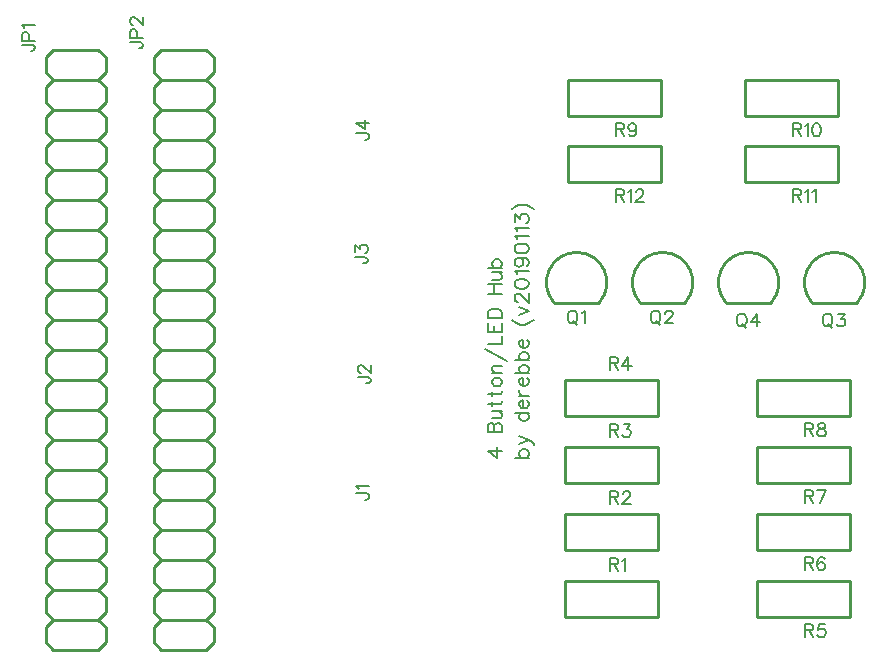
<source format=gto>
G04 Layer: TopSilkLayer*
G04 EasyEDA v6.1.52, Thu, 01 Aug 2019 06:05:33 GMT*
G04 f60d05b6395e48559c91cf0b566a12eb,598dfe23a16d4e9298856295ca50c1c7,10*
G04 Gerber Generator version 0.2*
G04 Scale: 100 percent, Rotated: No, Reflected: No *
G04 Dimensions in inches *
G04 leading zeros omitted , absolute positions ,2 integer and 4 decimal *
%FSLAX24Y24*%
%MOIN*%
G90*
G70D02*

%ADD10C,0.010000*%
%ADD23C,0.007000*%
%ADD24C,0.006000*%

%LPD*%
G54D10*
G01X17542Y11869D02*
G01X19053Y11869D01*
G01X20408Y11869D02*
G01X21920Y11869D01*
G01X26142Y11869D02*
G01X27653Y11869D01*
G01X23275Y11869D02*
G01X24787Y11869D01*
G01X17900Y1400D02*
G01X17900Y2600D01*
G01X17900Y2600D02*
G01X21000Y2600D01*
G01X21000Y2600D02*
G01X21000Y1400D01*
G01X21000Y1400D02*
G01X17900Y1400D01*
G01X17900Y3632D02*
G01X17900Y4832D01*
G01X17900Y4832D02*
G01X21000Y4832D01*
G01X21000Y4832D02*
G01X21000Y3632D01*
G01X21000Y3632D02*
G01X17900Y3632D01*
G01X17900Y5867D02*
G01X17900Y7067D01*
G01X17900Y7067D02*
G01X21000Y7067D01*
G01X21000Y7067D02*
G01X21000Y5867D01*
G01X21000Y5867D02*
G01X17900Y5867D01*
G01X17900Y8100D02*
G01X17900Y9300D01*
G01X17900Y9300D02*
G01X21000Y9300D01*
G01X21000Y9300D02*
G01X21000Y8100D01*
G01X21000Y8100D02*
G01X17900Y8100D01*
G01X27400Y2600D02*
G01X27400Y1400D01*
G01X27400Y1400D02*
G01X24300Y1400D01*
G01X24300Y1400D02*
G01X24300Y2600D01*
G01X24300Y2600D02*
G01X27400Y2600D01*
G01X27400Y4833D02*
G01X27400Y3633D01*
G01X27400Y3633D02*
G01X24300Y3633D01*
G01X24300Y3633D02*
G01X24300Y4833D01*
G01X24300Y4833D02*
G01X27400Y4833D01*
G01X27400Y7066D02*
G01X27400Y5866D01*
G01X27400Y5866D02*
G01X24300Y5866D01*
G01X24300Y5866D02*
G01X24300Y7066D01*
G01X24300Y7066D02*
G01X27400Y7066D01*
G01X27400Y9300D02*
G01X27400Y8100D01*
G01X27400Y8100D02*
G01X24300Y8100D01*
G01X24300Y8100D02*
G01X24300Y9300D01*
G01X24300Y9300D02*
G01X27400Y9300D01*
G01X21100Y19300D02*
G01X21100Y18100D01*
G01X21100Y18100D02*
G01X18000Y18100D01*
G01X18000Y18100D02*
G01X18000Y19300D01*
G01X18000Y19300D02*
G01X21100Y19300D01*
G01X27000Y19300D02*
G01X27000Y18100D01*
G01X27000Y18100D02*
G01X23900Y18100D01*
G01X23900Y18100D02*
G01X23900Y19300D01*
G01X23900Y19300D02*
G01X27000Y19300D01*
G01X27000Y17100D02*
G01X27000Y15900D01*
G01X27000Y15900D02*
G01X23900Y15900D01*
G01X23900Y15900D02*
G01X23900Y17100D01*
G01X23900Y17100D02*
G01X27000Y17100D01*
G01X21100Y17100D02*
G01X21100Y15900D01*
G01X21100Y15900D02*
G01X18000Y15900D01*
G01X18000Y15900D02*
G01X18000Y17100D01*
G01X18000Y17100D02*
G01X21100Y17100D01*
G01X5950Y300D02*
G01X6200Y550D01*
G01X6200Y550D02*
G01X6200Y1050D01*
G01X6200Y1050D02*
G01X5950Y1300D01*
G01X5950Y1300D02*
G01X6200Y1550D01*
G01X6200Y1550D02*
G01X6200Y2050D01*
G01X6200Y2050D02*
G01X5950Y2300D01*
G01X5950Y2300D02*
G01X6200Y2550D01*
G01X6200Y2550D02*
G01X6200Y3050D01*
G01X6200Y3050D02*
G01X5950Y3300D01*
G01X5950Y3300D02*
G01X6200Y3550D01*
G01X6200Y3550D02*
G01X6200Y4050D01*
G01X6200Y4050D02*
G01X5950Y4300D01*
G01X5950Y4300D02*
G01X6200Y4550D01*
G01X6200Y4550D02*
G01X6200Y5050D01*
G01X6200Y5050D02*
G01X5950Y5300D01*
G01X5950Y5300D02*
G01X6200Y5550D01*
G01X6200Y5550D02*
G01X6200Y6050D01*
G01X6200Y6050D02*
G01X5950Y6300D01*
G01X5950Y300D02*
G01X4450Y300D01*
G01X4450Y300D02*
G01X4200Y550D01*
G01X4200Y550D02*
G01X4200Y1050D01*
G01X4200Y1050D02*
G01X4450Y1300D01*
G01X4450Y1300D02*
G01X4200Y1550D01*
G01X4200Y1550D02*
G01X4200Y2050D01*
G01X4200Y2050D02*
G01X4450Y2300D01*
G01X4450Y2300D02*
G01X4200Y2550D01*
G01X4200Y2550D02*
G01X4200Y3050D01*
G01X4200Y3050D02*
G01X4450Y3300D01*
G01X4450Y3300D02*
G01X4200Y3550D01*
G01X4200Y3550D02*
G01X4200Y4050D01*
G01X4200Y4050D02*
G01X4450Y4300D01*
G01X4450Y4300D02*
G01X4200Y4550D01*
G01X4200Y4550D02*
G01X4200Y5050D01*
G01X4200Y5050D02*
G01X4450Y5300D01*
G01X4450Y5300D02*
G01X4200Y5550D01*
G01X4200Y5550D02*
G01X4200Y6050D01*
G01X4200Y6050D02*
G01X4450Y6300D01*
G01X4450Y6300D02*
G01X4200Y6550D01*
G01X4200Y6550D02*
G01X4200Y7050D01*
G01X4200Y7050D02*
G01X4450Y7300D01*
G01X4450Y7300D02*
G01X4200Y7550D01*
G01X4200Y7550D02*
G01X4200Y8050D01*
G01X4200Y8050D02*
G01X4450Y8300D01*
G01X4450Y8300D02*
G01X4200Y8550D01*
G01X4200Y8550D02*
G01X4200Y9050D01*
G01X4200Y9050D02*
G01X4450Y9300D01*
G01X4450Y9300D02*
G01X4200Y9550D01*
G01X4200Y9550D02*
G01X4200Y10050D01*
G01X4200Y10050D02*
G01X4450Y10300D01*
G01X4450Y10300D02*
G01X4200Y10550D01*
G01X4200Y10550D02*
G01X4200Y11050D01*
G01X4200Y11050D02*
G01X4450Y11300D01*
G01X4450Y11300D02*
G01X4200Y11550D01*
G01X4200Y11550D02*
G01X4200Y12050D01*
G01X4450Y12300D02*
G01X4200Y12050D01*
G01X4450Y12300D02*
G01X4200Y12550D01*
G01X4200Y13050D02*
G01X4200Y12550D01*
G01X4200Y13050D02*
G01X4450Y13300D01*
G01X4450Y13300D02*
G01X4200Y13550D01*
G01X4200Y14050D02*
G01X4200Y13550D01*
G01X4200Y14050D02*
G01X4450Y14300D01*
G01X4450Y14300D02*
G01X4200Y14550D01*
G01X4200Y15050D02*
G01X4200Y14550D01*
G01X4200Y15050D02*
G01X4450Y15300D01*
G01X4450Y15300D02*
G01X4200Y15550D01*
G01X4200Y16050D02*
G01X4200Y15550D01*
G01X4200Y16050D02*
G01X4450Y16300D01*
G01X4450Y16300D02*
G01X4200Y16550D01*
G01X4200Y17050D02*
G01X4200Y16550D01*
G01X4200Y17050D02*
G01X4450Y17300D01*
G01X4450Y17300D02*
G01X4200Y17550D01*
G01X4200Y18050D02*
G01X4200Y17550D01*
G01X4200Y18050D02*
G01X4450Y18300D01*
G01X4450Y18300D02*
G01X4200Y18550D01*
G01X4200Y19050D02*
G01X4200Y18550D01*
G01X4200Y19050D02*
G01X4450Y19300D01*
G01X5950Y19300D02*
G01X6200Y19050D01*
G01X6200Y19050D02*
G01X6200Y18550D01*
G01X5950Y18300D02*
G01X6200Y18550D01*
G01X5950Y18300D02*
G01X6200Y18050D01*
G01X6200Y18050D02*
G01X6200Y17550D01*
G01X5950Y17300D02*
G01X6200Y17550D01*
G01X5950Y17300D02*
G01X6200Y17050D01*
G01X6200Y17050D02*
G01X6200Y16550D01*
G01X5950Y16300D02*
G01X6200Y16550D01*
G01X5950Y16300D02*
G01X6200Y16050D01*
G01X6200Y15550D02*
G01X6200Y16050D01*
G01X6200Y15550D02*
G01X5950Y15300D01*
G01X5950Y15300D02*
G01X6200Y15050D01*
G01X6200Y14550D02*
G01X6200Y15050D01*
G01X6200Y14550D02*
G01X5950Y14300D01*
G01X5950Y14300D02*
G01X6200Y14050D01*
G01X6200Y14050D02*
G01X6200Y13550D01*
G01X5950Y13300D02*
G01X6200Y13550D01*
G01X5950Y13300D02*
G01X6200Y13050D01*
G01X6200Y13050D02*
G01X6200Y12550D01*
G01X5950Y12300D02*
G01X6200Y12550D01*
G01X5950Y12300D02*
G01X6200Y12050D01*
G01X6200Y12050D02*
G01X6200Y11550D01*
G01X5950Y11300D02*
G01X6200Y11550D01*
G01X5950Y11300D02*
G01X6200Y11050D01*
G01X6200Y11050D02*
G01X6200Y10550D01*
G01X5950Y10300D02*
G01X6200Y10550D01*
G01X5950Y10300D02*
G01X6200Y10050D01*
G01X6200Y10050D02*
G01X6200Y9550D01*
G01X5950Y9300D02*
G01X6200Y9550D01*
G01X5950Y9300D02*
G01X6200Y9050D01*
G01X6200Y9050D02*
G01X6200Y8550D01*
G01X5950Y8300D02*
G01X6200Y8550D01*
G01X5950Y8300D02*
G01X6200Y8050D01*
G01X6200Y8050D02*
G01X6200Y7550D01*
G01X5950Y7300D02*
G01X6200Y7550D01*
G01X5950Y7300D02*
G01X6200Y7050D01*
G01X6200Y7050D02*
G01X6200Y6550D01*
G01X5950Y6300D02*
G01X6200Y6550D01*
G01X4450Y1300D02*
G01X5950Y1300D01*
G01X4450Y2300D02*
G01X5950Y2300D01*
G01X4450Y3300D02*
G01X5950Y3300D01*
G01X4450Y4300D02*
G01X5950Y4300D01*
G01X4450Y5300D02*
G01X5950Y5300D01*
G01X4450Y6300D02*
G01X5950Y6300D01*
G01X4450Y7300D02*
G01X5950Y7300D01*
G01X4450Y8300D02*
G01X5950Y8300D01*
G01X4450Y9300D02*
G01X5950Y9300D01*
G01X4450Y10300D02*
G01X5950Y10300D01*
G01X4450Y11300D02*
G01X5950Y11300D01*
G01X4450Y12300D02*
G01X5950Y12300D01*
G01X4450Y13300D02*
G01X5950Y13300D01*
G01X4450Y14300D02*
G01X5950Y14300D01*
G01X4450Y15300D02*
G01X5950Y15300D01*
G01X4450Y16300D02*
G01X5950Y16300D01*
G01X4450Y17300D02*
G01X5950Y17300D01*
G01X4450Y18300D02*
G01X5950Y18300D01*
G01X4450Y19300D02*
G01X5950Y19300D01*
G01X4450Y19300D02*
G01X4200Y19550D01*
G01X4200Y20050D02*
G01X4200Y19550D01*
G01X4200Y20050D02*
G01X4450Y20300D01*
G01X5950Y20300D02*
G01X6200Y20050D01*
G01X6200Y20050D02*
G01X6200Y19550D01*
G01X5950Y19300D02*
G01X6200Y19550D01*
G01X4450Y20300D02*
G01X5950Y20300D01*
G01X2350Y300D02*
G01X2600Y550D01*
G01X2600Y550D02*
G01X2600Y1050D01*
G01X2600Y1050D02*
G01X2350Y1300D01*
G01X2350Y1300D02*
G01X2600Y1550D01*
G01X2600Y1550D02*
G01X2600Y2050D01*
G01X2600Y2050D02*
G01X2350Y2300D01*
G01X2350Y2300D02*
G01X2600Y2550D01*
G01X2600Y2550D02*
G01X2600Y3050D01*
G01X2600Y3050D02*
G01X2350Y3300D01*
G01X2350Y3300D02*
G01X2600Y3550D01*
G01X2600Y3550D02*
G01X2600Y4050D01*
G01X2600Y4050D02*
G01X2350Y4300D01*
G01X2350Y4300D02*
G01X2600Y4550D01*
G01X2600Y4550D02*
G01X2600Y5050D01*
G01X2600Y5050D02*
G01X2350Y5300D01*
G01X2350Y5300D02*
G01X2600Y5550D01*
G01X2600Y5550D02*
G01X2600Y6050D01*
G01X2600Y6050D02*
G01X2350Y6300D01*
G01X2350Y300D02*
G01X850Y300D01*
G01X850Y300D02*
G01X600Y550D01*
G01X600Y550D02*
G01X600Y1050D01*
G01X600Y1050D02*
G01X850Y1300D01*
G01X850Y1300D02*
G01X600Y1550D01*
G01X600Y1550D02*
G01X600Y2050D01*
G01X600Y2050D02*
G01X850Y2300D01*
G01X850Y2300D02*
G01X600Y2550D01*
G01X600Y2550D02*
G01X600Y3050D01*
G01X600Y3050D02*
G01X850Y3300D01*
G01X850Y3300D02*
G01X600Y3550D01*
G01X600Y3550D02*
G01X600Y4050D01*
G01X600Y4050D02*
G01X850Y4300D01*
G01X850Y4300D02*
G01X600Y4550D01*
G01X600Y4550D02*
G01X600Y5050D01*
G01X600Y5050D02*
G01X850Y5300D01*
G01X850Y5300D02*
G01X600Y5550D01*
G01X600Y5550D02*
G01X600Y6050D01*
G01X600Y6050D02*
G01X850Y6300D01*
G01X850Y6300D02*
G01X600Y6550D01*
G01X600Y6550D02*
G01X600Y7050D01*
G01X600Y7050D02*
G01X850Y7300D01*
G01X850Y7300D02*
G01X600Y7550D01*
G01X600Y7550D02*
G01X600Y8050D01*
G01X600Y8050D02*
G01X850Y8300D01*
G01X850Y8300D02*
G01X600Y8550D01*
G01X600Y8550D02*
G01X600Y9050D01*
G01X600Y9050D02*
G01X850Y9300D01*
G01X850Y9300D02*
G01X600Y9550D01*
G01X600Y9550D02*
G01X600Y10050D01*
G01X600Y10050D02*
G01X850Y10300D01*
G01X850Y10300D02*
G01X600Y10550D01*
G01X600Y10550D02*
G01X600Y11050D01*
G01X600Y11050D02*
G01X850Y11300D01*
G01X850Y11300D02*
G01X600Y11550D01*
G01X600Y11550D02*
G01X600Y12050D01*
G01X850Y12300D02*
G01X600Y12050D01*
G01X850Y12300D02*
G01X600Y12550D01*
G01X600Y13050D02*
G01X600Y12550D01*
G01X600Y13050D02*
G01X850Y13300D01*
G01X850Y13300D02*
G01X600Y13550D01*
G01X600Y14050D02*
G01X600Y13550D01*
G01X600Y14050D02*
G01X850Y14300D01*
G01X850Y14300D02*
G01X600Y14550D01*
G01X600Y15050D02*
G01X600Y14550D01*
G01X600Y15050D02*
G01X850Y15300D01*
G01X850Y15300D02*
G01X600Y15550D01*
G01X600Y16050D02*
G01X600Y15550D01*
G01X600Y16050D02*
G01X850Y16300D01*
G01X850Y16300D02*
G01X600Y16550D01*
G01X600Y17050D02*
G01X600Y16550D01*
G01X600Y17050D02*
G01X850Y17300D01*
G01X850Y17300D02*
G01X600Y17550D01*
G01X600Y18050D02*
G01X600Y17550D01*
G01X600Y18050D02*
G01X850Y18300D01*
G01X850Y18300D02*
G01X600Y18550D01*
G01X600Y19050D02*
G01X600Y18550D01*
G01X600Y19050D02*
G01X850Y19300D01*
G01X2350Y19300D02*
G01X2600Y19050D01*
G01X2600Y19050D02*
G01X2600Y18550D01*
G01X2350Y18300D02*
G01X2600Y18550D01*
G01X2350Y18300D02*
G01X2600Y18050D01*
G01X2600Y18050D02*
G01X2600Y17550D01*
G01X2350Y17300D02*
G01X2600Y17550D01*
G01X2350Y17300D02*
G01X2600Y17050D01*
G01X2600Y17050D02*
G01X2600Y16550D01*
G01X2350Y16300D02*
G01X2600Y16550D01*
G01X2350Y16300D02*
G01X2600Y16050D01*
G01X2600Y15550D02*
G01X2600Y16050D01*
G01X2600Y15550D02*
G01X2350Y15300D01*
G01X2350Y15300D02*
G01X2600Y15050D01*
G01X2600Y14550D02*
G01X2600Y15050D01*
G01X2600Y14550D02*
G01X2350Y14300D01*
G01X2350Y14300D02*
G01X2600Y14050D01*
G01X2600Y14050D02*
G01X2600Y13550D01*
G01X2350Y13300D02*
G01X2600Y13550D01*
G01X2350Y13300D02*
G01X2600Y13050D01*
G01X2600Y13050D02*
G01X2600Y12550D01*
G01X2350Y12300D02*
G01X2600Y12550D01*
G01X2350Y12300D02*
G01X2600Y12050D01*
G01X2600Y12050D02*
G01X2600Y11550D01*
G01X2350Y11300D02*
G01X2600Y11550D01*
G01X2350Y11300D02*
G01X2600Y11050D01*
G01X2600Y11050D02*
G01X2600Y10550D01*
G01X2350Y10300D02*
G01X2600Y10550D01*
G01X2350Y10300D02*
G01X2600Y10050D01*
G01X2600Y10050D02*
G01X2600Y9550D01*
G01X2350Y9300D02*
G01X2600Y9550D01*
G01X2350Y9300D02*
G01X2600Y9050D01*
G01X2600Y9050D02*
G01X2600Y8550D01*
G01X2350Y8300D02*
G01X2600Y8550D01*
G01X2350Y8300D02*
G01X2600Y8050D01*
G01X2600Y8050D02*
G01X2600Y7550D01*
G01X2350Y7300D02*
G01X2600Y7550D01*
G01X2350Y7300D02*
G01X2600Y7050D01*
G01X2600Y7050D02*
G01X2600Y6550D01*
G01X2350Y6300D02*
G01X2600Y6550D01*
G01X850Y1300D02*
G01X2350Y1300D01*
G01X850Y2300D02*
G01X2350Y2300D01*
G01X850Y3300D02*
G01X2350Y3300D01*
G01X850Y4300D02*
G01X2350Y4300D01*
G01X850Y5300D02*
G01X2350Y5300D01*
G01X850Y6300D02*
G01X2350Y6300D01*
G01X850Y7300D02*
G01X2350Y7300D01*
G01X850Y8300D02*
G01X2350Y8300D01*
G01X850Y9300D02*
G01X2350Y9300D01*
G01X850Y10300D02*
G01X2350Y10300D01*
G01X850Y11300D02*
G01X2350Y11300D01*
G01X850Y12300D02*
G01X2350Y12300D01*
G01X850Y13300D02*
G01X2350Y13300D01*
G01X850Y14300D02*
G01X2350Y14300D01*
G01X850Y15300D02*
G01X2350Y15300D01*
G01X850Y16300D02*
G01X2350Y16300D01*
G01X850Y17300D02*
G01X2350Y17300D01*
G01X850Y18300D02*
G01X2350Y18300D01*
G01X850Y19300D02*
G01X2350Y19300D01*
G01X850Y19300D02*
G01X600Y19550D01*
G01X600Y20050D02*
G01X600Y19550D01*
G01X600Y20050D02*
G01X850Y20300D01*
G01X2350Y20300D02*
G01X2600Y20050D01*
G01X2600Y20050D02*
G01X2600Y19550D01*
G01X2350Y19300D02*
G01X2600Y19550D01*
G01X850Y20300D02*
G01X2350Y20300D01*
G54D23*
G01X18122Y11600D02*
G01X18081Y11580D01*
G01X18040Y11538D01*
G01X18019Y11498D01*
G01X17999Y11436D01*
G01X17999Y11334D01*
G01X18019Y11273D01*
G01X18040Y11232D01*
G01X18081Y11190D01*
G01X18122Y11171D01*
G01X18204Y11171D01*
G01X18244Y11190D01*
G01X18285Y11232D01*
G01X18306Y11273D01*
G01X18326Y11334D01*
G01X18326Y11436D01*
G01X18306Y11498D01*
G01X18285Y11538D01*
G01X18244Y11580D01*
G01X18204Y11600D01*
G01X18122Y11600D01*
G01X18183Y11253D02*
G01X18306Y11130D01*
G01X18461Y11519D02*
G01X18502Y11538D01*
G01X18564Y11600D01*
G01X18564Y11171D01*
G01X20889Y11600D02*
G01X20848Y11580D01*
G01X20807Y11538D01*
G01X20786Y11498D01*
G01X20766Y11436D01*
G01X20766Y11334D01*
G01X20786Y11273D01*
G01X20807Y11232D01*
G01X20848Y11190D01*
G01X20889Y11171D01*
G01X20971Y11171D01*
G01X21011Y11190D01*
G01X21052Y11232D01*
G01X21073Y11273D01*
G01X21093Y11334D01*
G01X21093Y11436D01*
G01X21073Y11498D01*
G01X21052Y11538D01*
G01X21011Y11580D01*
G01X20971Y11600D01*
G01X20889Y11600D01*
G01X20950Y11253D02*
G01X21073Y11130D01*
G01X21249Y11498D02*
G01X21249Y11519D01*
G01X21269Y11559D01*
G01X21290Y11580D01*
G01X21331Y11600D01*
G01X21412Y11600D01*
G01X21453Y11580D01*
G01X21474Y11559D01*
G01X21494Y11519D01*
G01X21494Y11478D01*
G01X21474Y11436D01*
G01X21433Y11375D01*
G01X21228Y11171D01*
G01X21515Y11171D01*
G01X26622Y11500D02*
G01X26581Y11480D01*
G01X26540Y11438D01*
G01X26519Y11398D01*
G01X26499Y11336D01*
G01X26499Y11234D01*
G01X26519Y11173D01*
G01X26540Y11132D01*
G01X26581Y11090D01*
G01X26622Y11071D01*
G01X26704Y11071D01*
G01X26744Y11090D01*
G01X26785Y11132D01*
G01X26806Y11173D01*
G01X26826Y11234D01*
G01X26826Y11336D01*
G01X26806Y11398D01*
G01X26785Y11438D01*
G01X26744Y11480D01*
G01X26704Y11500D01*
G01X26622Y11500D01*
G01X26683Y11153D02*
G01X26806Y11030D01*
G01X27002Y11500D02*
G01X27227Y11500D01*
G01X27104Y11336D01*
G01X27166Y11336D01*
G01X27207Y11315D01*
G01X27227Y11296D01*
G01X27248Y11234D01*
G01X27248Y11194D01*
G01X27227Y11132D01*
G01X27186Y11090D01*
G01X27125Y11071D01*
G01X27064Y11071D01*
G01X27002Y11090D01*
G01X26982Y11111D01*
G01X26961Y11153D01*
G01X23756Y11500D02*
G01X23715Y11480D01*
G01X23674Y11438D01*
G01X23653Y11398D01*
G01X23633Y11336D01*
G01X23633Y11234D01*
G01X23653Y11173D01*
G01X23674Y11132D01*
G01X23715Y11090D01*
G01X23756Y11071D01*
G01X23838Y11071D01*
G01X23878Y11090D01*
G01X23919Y11132D01*
G01X23940Y11173D01*
G01X23960Y11234D01*
G01X23960Y11336D01*
G01X23940Y11398D01*
G01X23919Y11438D01*
G01X23878Y11480D01*
G01X23838Y11500D01*
G01X23756Y11500D01*
G01X23817Y11153D02*
G01X23940Y11030D01*
G01X24300Y11500D02*
G01X24095Y11213D01*
G01X24402Y11213D01*
G01X24300Y11500D02*
G01X24300Y11071D01*
G01X19400Y3344D02*
G01X19400Y2915D01*
G01X19400Y3344D02*
G01X19584Y3344D01*
G01X19644Y3325D01*
G01X19665Y3305D01*
G01X19685Y3263D01*
G01X19685Y3223D01*
G01X19665Y3182D01*
G01X19644Y3161D01*
G01X19584Y3140D01*
G01X19400Y3140D01*
G01X19543Y3140D02*
G01X19685Y2915D01*
G01X19821Y3263D02*
G01X19861Y3284D01*
G01X19923Y3344D01*
G01X19923Y2915D01*
G01X19400Y5578D02*
G01X19400Y5149D01*
G01X19400Y5578D02*
G01X19584Y5578D01*
G01X19644Y5558D01*
G01X19665Y5538D01*
G01X19685Y5497D01*
G01X19685Y5456D01*
G01X19665Y5415D01*
G01X19644Y5394D01*
G01X19584Y5374D01*
G01X19400Y5374D01*
G01X19543Y5374D02*
G01X19685Y5149D01*
G01X19842Y5476D02*
G01X19842Y5497D01*
G01X19861Y5538D01*
G01X19882Y5558D01*
G01X19923Y5578D01*
G01X20005Y5578D01*
G01X20046Y5558D01*
G01X20067Y5538D01*
G01X20086Y5497D01*
G01X20086Y5456D01*
G01X20067Y5415D01*
G01X20026Y5353D01*
G01X19821Y5149D01*
G01X20107Y5149D01*
G01X19400Y7811D02*
G01X19400Y7382D01*
G01X19400Y7811D02*
G01X19584Y7811D01*
G01X19644Y7791D01*
G01X19665Y7771D01*
G01X19685Y7730D01*
G01X19685Y7689D01*
G01X19665Y7648D01*
G01X19644Y7627D01*
G01X19584Y7607D01*
G01X19400Y7607D01*
G01X19543Y7607D02*
G01X19685Y7382D01*
G01X19861Y7811D02*
G01X20086Y7811D01*
G01X19964Y7648D01*
G01X20026Y7648D01*
G01X20067Y7627D01*
G01X20086Y7607D01*
G01X20107Y7546D01*
G01X20107Y7505D01*
G01X20086Y7443D01*
G01X20046Y7402D01*
G01X19985Y7382D01*
G01X19923Y7382D01*
G01X19861Y7402D01*
G01X19842Y7423D01*
G01X19821Y7464D01*
G01X19400Y10044D02*
G01X19400Y9615D01*
G01X19400Y10044D02*
G01X19584Y10044D01*
G01X19644Y10025D01*
G01X19665Y10005D01*
G01X19685Y9963D01*
G01X19685Y9923D01*
G01X19665Y9882D01*
G01X19644Y9861D01*
G01X19584Y9840D01*
G01X19400Y9840D01*
G01X19543Y9840D02*
G01X19685Y9615D01*
G01X20026Y10044D02*
G01X19821Y9759D01*
G01X20127Y9759D01*
G01X20026Y10044D02*
G01X20026Y9615D01*
G01X25900Y1144D02*
G01X25900Y715D01*
G01X25900Y1144D02*
G01X26084Y1144D01*
G01X26144Y1125D01*
G01X26165Y1105D01*
G01X26185Y1063D01*
G01X26185Y1023D01*
G01X26165Y982D01*
G01X26144Y961D01*
G01X26084Y940D01*
G01X25900Y940D01*
G01X26043Y940D02*
G01X26185Y715D01*
G01X26567Y1144D02*
G01X26361Y1144D01*
G01X26342Y961D01*
G01X26361Y982D01*
G01X26423Y1001D01*
G01X26485Y1001D01*
G01X26546Y982D01*
G01X26586Y940D01*
G01X26607Y880D01*
G01X26607Y838D01*
G01X26586Y776D01*
G01X26546Y736D01*
G01X26485Y715D01*
G01X26423Y715D01*
G01X26361Y736D01*
G01X26342Y757D01*
G01X26321Y798D01*
G01X25900Y3378D02*
G01X25900Y2949D01*
G01X25900Y3378D02*
G01X26084Y3378D01*
G01X26144Y3358D01*
G01X26165Y3338D01*
G01X26185Y3297D01*
G01X26185Y3256D01*
G01X26165Y3215D01*
G01X26144Y3194D01*
G01X26084Y3174D01*
G01X25900Y3174D01*
G01X26043Y3174D02*
G01X26185Y2949D01*
G01X26567Y3317D02*
G01X26546Y3358D01*
G01X26485Y3378D01*
G01X26443Y3378D01*
G01X26382Y3358D01*
G01X26342Y3297D01*
G01X26321Y3194D01*
G01X26321Y3092D01*
G01X26342Y3010D01*
G01X26382Y2969D01*
G01X26443Y2949D01*
G01X26464Y2949D01*
G01X26526Y2969D01*
G01X26567Y3010D01*
G01X26586Y3072D01*
G01X26586Y3092D01*
G01X26567Y3153D01*
G01X26526Y3194D01*
G01X26464Y3215D01*
G01X26443Y3215D01*
G01X26382Y3194D01*
G01X26342Y3153D01*
G01X26321Y3092D01*
G01X25900Y5611D02*
G01X25900Y5182D01*
G01X25900Y5611D02*
G01X26084Y5611D01*
G01X26144Y5591D01*
G01X26165Y5571D01*
G01X26185Y5530D01*
G01X26185Y5489D01*
G01X26165Y5448D01*
G01X26144Y5427D01*
G01X26084Y5407D01*
G01X25900Y5407D01*
G01X26043Y5407D02*
G01X26185Y5182D01*
G01X26607Y5611D02*
G01X26402Y5182D01*
G01X26321Y5611D02*
G01X26607Y5611D01*
G01X25900Y7844D02*
G01X25900Y7415D01*
G01X25900Y7844D02*
G01X26084Y7844D01*
G01X26144Y7825D01*
G01X26165Y7805D01*
G01X26185Y7763D01*
G01X26185Y7723D01*
G01X26165Y7682D01*
G01X26144Y7661D01*
G01X26084Y7640D01*
G01X25900Y7640D01*
G01X26043Y7640D02*
G01X26185Y7415D01*
G01X26423Y7844D02*
G01X26361Y7825D01*
G01X26342Y7784D01*
G01X26342Y7742D01*
G01X26361Y7701D01*
G01X26402Y7682D01*
G01X26485Y7661D01*
G01X26546Y7640D01*
G01X26586Y7600D01*
G01X26607Y7559D01*
G01X26607Y7498D01*
G01X26586Y7457D01*
G01X26567Y7436D01*
G01X26505Y7415D01*
G01X26423Y7415D01*
G01X26361Y7436D01*
G01X26342Y7457D01*
G01X26321Y7498D01*
G01X26321Y7559D01*
G01X26342Y7600D01*
G01X26382Y7640D01*
G01X26443Y7661D01*
G01X26526Y7682D01*
G01X26567Y7701D01*
G01X26586Y7742D01*
G01X26586Y7784D01*
G01X26567Y7825D01*
G01X26505Y7844D01*
G01X26423Y7844D01*
G01X19600Y17844D02*
G01X19600Y17415D01*
G01X19600Y17844D02*
G01X19784Y17844D01*
G01X19844Y17825D01*
G01X19865Y17805D01*
G01X19885Y17763D01*
G01X19885Y17723D01*
G01X19865Y17682D01*
G01X19844Y17661D01*
G01X19784Y17640D01*
G01X19600Y17640D01*
G01X19743Y17640D02*
G01X19885Y17415D01*
G01X20286Y17702D02*
G01X20267Y17640D01*
G01X20226Y17600D01*
G01X20164Y17580D01*
G01X20143Y17580D01*
G01X20082Y17600D01*
G01X20042Y17640D01*
G01X20021Y17702D01*
G01X20021Y17723D01*
G01X20042Y17784D01*
G01X20082Y17825D01*
G01X20143Y17844D01*
G01X20164Y17844D01*
G01X20226Y17825D01*
G01X20267Y17784D01*
G01X20286Y17702D01*
G01X20286Y17600D01*
G01X20267Y17498D01*
G01X20226Y17436D01*
G01X20164Y17415D01*
G01X20123Y17415D01*
G01X20061Y17436D01*
G01X20042Y17477D01*
G01X25500Y17844D02*
G01X25500Y17415D01*
G01X25500Y17844D02*
G01X25684Y17844D01*
G01X25744Y17825D01*
G01X25765Y17805D01*
G01X25785Y17763D01*
G01X25785Y17723D01*
G01X25765Y17682D01*
G01X25744Y17661D01*
G01X25684Y17640D01*
G01X25500Y17640D01*
G01X25643Y17640D02*
G01X25785Y17415D01*
G01X25921Y17763D02*
G01X25961Y17784D01*
G01X26023Y17844D01*
G01X26023Y17415D01*
G01X26281Y17844D02*
G01X26219Y17825D01*
G01X26178Y17763D01*
G01X26159Y17661D01*
G01X26159Y17600D01*
G01X26178Y17498D01*
G01X26219Y17436D01*
G01X26281Y17415D01*
G01X26322Y17415D01*
G01X26384Y17436D01*
G01X26425Y17498D01*
G01X26444Y17600D01*
G01X26444Y17661D01*
G01X26425Y17763D01*
G01X26384Y17825D01*
G01X26322Y17844D01*
G01X26281Y17844D01*
G01X25500Y15644D02*
G01X25500Y15215D01*
G01X25500Y15644D02*
G01X25684Y15644D01*
G01X25744Y15625D01*
G01X25765Y15605D01*
G01X25785Y15563D01*
G01X25785Y15523D01*
G01X25765Y15482D01*
G01X25744Y15461D01*
G01X25684Y15440D01*
G01X25500Y15440D01*
G01X25643Y15440D02*
G01X25785Y15215D01*
G01X25921Y15563D02*
G01X25961Y15584D01*
G01X26023Y15644D01*
G01X26023Y15215D01*
G01X26159Y15563D02*
G01X26200Y15584D01*
G01X26260Y15644D01*
G01X26260Y15215D01*
G01X19600Y15644D02*
G01X19600Y15215D01*
G01X19600Y15644D02*
G01X19784Y15644D01*
G01X19844Y15625D01*
G01X19865Y15605D01*
G01X19885Y15563D01*
G01X19885Y15523D01*
G01X19865Y15482D01*
G01X19844Y15461D01*
G01X19784Y15440D01*
G01X19600Y15440D01*
G01X19743Y15440D02*
G01X19885Y15215D01*
G01X20021Y15563D02*
G01X20061Y15584D01*
G01X20123Y15644D01*
G01X20123Y15215D01*
G01X20278Y15542D02*
G01X20278Y15563D01*
G01X20300Y15605D01*
G01X20319Y15625D01*
G01X20360Y15644D01*
G01X20443Y15644D01*
G01X20484Y15625D01*
G01X20503Y15605D01*
G01X20525Y15563D01*
G01X20525Y15523D01*
G01X20503Y15482D01*
G01X20463Y15419D01*
G01X20259Y15215D01*
G01X20544Y15215D01*
G01X10955Y5505D02*
G01X11282Y5505D01*
G01X11343Y5484D01*
G01X11364Y5464D01*
G01X11384Y5423D01*
G01X11384Y5382D01*
G01X11364Y5341D01*
G01X11343Y5320D01*
G01X11282Y5300D01*
G01X11241Y5300D01*
G01X11036Y5640D02*
G01X11016Y5680D01*
G01X10955Y5742D01*
G01X11384Y5742D01*
G01X11000Y9379D02*
G01X11327Y9379D01*
G01X11388Y9358D01*
G01X11409Y9338D01*
G01X11428Y9297D01*
G01X11428Y9256D01*
G01X11409Y9215D01*
G01X11388Y9194D01*
G01X11327Y9174D01*
G01X11285Y9174D01*
G01X11102Y9534D02*
G01X11081Y9534D01*
G01X11039Y9554D01*
G01X11019Y9575D01*
G01X11000Y9616D01*
G01X11000Y9698D01*
G01X11019Y9739D01*
G01X11039Y9759D01*
G01X11081Y9779D01*
G01X11122Y9779D01*
G01X11163Y9759D01*
G01X11225Y9718D01*
G01X11428Y9514D01*
G01X11428Y9800D01*
G01X10899Y13378D02*
G01X11226Y13378D01*
G01X11287Y13357D01*
G01X11308Y13338D01*
G01X11328Y13296D01*
G01X11328Y13255D01*
G01X11308Y13215D01*
G01X11287Y13194D01*
G01X11226Y13173D01*
G01X11185Y13173D01*
G01X10899Y13553D02*
G01X10899Y13778D01*
G01X11062Y13657D01*
G01X11062Y13717D01*
G01X11083Y13759D01*
G01X11103Y13778D01*
G01X11164Y13800D01*
G01X11205Y13800D01*
G01X11267Y13778D01*
G01X11308Y13738D01*
G01X11328Y13676D01*
G01X11328Y13615D01*
G01X11308Y13553D01*
G01X11287Y13534D01*
G01X11246Y13513D01*
G01X10955Y17505D02*
G01X11282Y17505D01*
G01X11343Y17484D01*
G01X11364Y17464D01*
G01X11384Y17423D01*
G01X11384Y17382D01*
G01X11364Y17341D01*
G01X11343Y17320D01*
G01X11282Y17300D01*
G01X11241Y17300D01*
G01X10955Y17844D02*
G01X11241Y17640D01*
G01X11241Y17946D01*
G01X10955Y17844D02*
G01X11384Y17844D01*
G01X3410Y20552D02*
G01X3737Y20552D01*
G01X3798Y20530D01*
G01X3819Y20511D01*
G01X3839Y20469D01*
G01X3839Y20428D01*
G01X3819Y20388D01*
G01X3798Y20367D01*
G01X3737Y20346D01*
G01X3696Y20346D01*
G01X3410Y20686D02*
G01X3839Y20686D01*
G01X3410Y20686D02*
G01X3410Y20871D01*
G01X3430Y20932D01*
G01X3450Y20952D01*
G01X3491Y20973D01*
G01X3553Y20973D01*
G01X3594Y20952D01*
G01X3614Y20932D01*
G01X3635Y20871D01*
G01X3635Y20686D01*
G01X3512Y21128D02*
G01X3491Y21128D01*
G01X3450Y21148D01*
G01X3430Y21169D01*
G01X3410Y21209D01*
G01X3410Y21292D01*
G01X3430Y21332D01*
G01X3450Y21353D01*
G01X3491Y21373D01*
G01X3532Y21373D01*
G01X3573Y21353D01*
G01X3635Y21311D01*
G01X3839Y21107D01*
G01X3839Y21394D01*
G01X-190Y20468D02*
G01X136Y20468D01*
G01X198Y20447D01*
G01X219Y20427D01*
G01X238Y20386D01*
G01X238Y20345D01*
G01X219Y20304D01*
G01X198Y20283D01*
G01X136Y20263D01*
G01X96Y20263D01*
G01X-190Y20603D02*
G01X238Y20603D01*
G01X-190Y20603D02*
G01X-190Y20787D01*
G01X-169Y20848D01*
G01X-150Y20868D01*
G01X-109Y20889D01*
G01X-46Y20889D01*
G01X-5Y20868D01*
G01X13Y20848D01*
G01X34Y20787D01*
G01X34Y20603D01*
G01X-109Y21024D02*
G01X-128Y21065D01*
G01X-190Y21126D01*
G01X238Y21126D01*
G54D24*
G01X15327Y6927D02*
G01X15645Y6700D01*
G01X15645Y7041D01*
G01X15327Y6927D02*
G01X15805Y6927D01*
G01X15327Y7541D02*
G01X15805Y7541D01*
G01X15327Y7541D02*
G01X15327Y7745D01*
G01X15350Y7814D01*
G01X15373Y7836D01*
G01X15418Y7859D01*
G01X15464Y7859D01*
G01X15509Y7836D01*
G01X15532Y7814D01*
G01X15555Y7745D01*
G01X15555Y7541D02*
G01X15555Y7745D01*
G01X15577Y7814D01*
G01X15600Y7836D01*
G01X15645Y7859D01*
G01X15714Y7859D01*
G01X15759Y7836D01*
G01X15782Y7814D01*
G01X15805Y7745D01*
G01X15805Y7541D01*
G01X15486Y8009D02*
G01X15714Y8009D01*
G01X15782Y8032D01*
G01X15805Y8077D01*
G01X15805Y8145D01*
G01X15782Y8191D01*
G01X15714Y8259D01*
G01X15486Y8259D02*
G01X15805Y8259D01*
G01X15327Y8477D02*
G01X15714Y8477D01*
G01X15782Y8500D01*
G01X15805Y8545D01*
G01X15805Y8591D01*
G01X15486Y8409D02*
G01X15486Y8568D01*
G01X15327Y8809D02*
G01X15714Y8809D01*
G01X15782Y8832D01*
G01X15805Y8877D01*
G01X15805Y8923D01*
G01X15486Y8741D02*
G01X15486Y8900D01*
G01X15486Y9186D02*
G01X15509Y9141D01*
G01X15555Y9095D01*
G01X15623Y9073D01*
G01X15668Y9073D01*
G01X15736Y9095D01*
G01X15782Y9141D01*
G01X15805Y9186D01*
G01X15805Y9255D01*
G01X15782Y9300D01*
G01X15736Y9345D01*
G01X15668Y9368D01*
G01X15623Y9368D01*
G01X15555Y9345D01*
G01X15509Y9300D01*
G01X15486Y9255D01*
G01X15486Y9186D01*
G01X15486Y9518D02*
G01X15805Y9518D01*
G01X15577Y9518D02*
G01X15509Y9586D01*
G01X15486Y9632D01*
G01X15486Y9700D01*
G01X15509Y9745D01*
G01X15577Y9768D01*
G01X15805Y9768D01*
G01X15236Y10327D02*
G01X15964Y9918D01*
G01X15327Y10477D02*
G01X15805Y10477D01*
G01X15805Y10477D02*
G01X15805Y10750D01*
G01X15327Y10900D02*
G01X15805Y10900D01*
G01X15327Y10900D02*
G01X15327Y11195D01*
G01X15555Y10900D02*
G01X15555Y11082D01*
G01X15805Y10900D02*
G01X15805Y11195D01*
G01X15327Y11345D02*
G01X15805Y11345D01*
G01X15327Y11345D02*
G01X15327Y11505D01*
G01X15350Y11573D01*
G01X15395Y11618D01*
G01X15441Y11641D01*
G01X15509Y11664D01*
G01X15623Y11664D01*
G01X15691Y11641D01*
G01X15736Y11618D01*
G01X15782Y11573D01*
G01X15805Y11505D01*
G01X15805Y11345D01*
G01X15327Y12164D02*
G01X15805Y12164D01*
G01X15327Y12482D02*
G01X15805Y12482D01*
G01X15555Y12164D02*
G01X15555Y12482D01*
G01X15486Y12632D02*
G01X15714Y12632D01*
G01X15782Y12655D01*
G01X15805Y12700D01*
G01X15805Y12768D01*
G01X15782Y12814D01*
G01X15714Y12882D01*
G01X15486Y12882D02*
G01X15805Y12882D01*
G01X15327Y13032D02*
G01X15805Y13032D01*
G01X15555Y13032D02*
G01X15509Y13077D01*
G01X15486Y13123D01*
G01X15486Y13191D01*
G01X15509Y13236D01*
G01X15555Y13282D01*
G01X15623Y13305D01*
G01X15668Y13305D01*
G01X15736Y13282D01*
G01X15782Y13236D01*
G01X15805Y13191D01*
G01X15805Y13123D01*
G01X15782Y13077D01*
G01X15736Y13032D01*
G01X16227Y6700D02*
G01X16705Y6700D01*
G01X16455Y6700D02*
G01X16409Y6745D01*
G01X16386Y6791D01*
G01X16386Y6859D01*
G01X16409Y6905D01*
G01X16455Y6950D01*
G01X16523Y6973D01*
G01X16568Y6973D01*
G01X16636Y6950D01*
G01X16682Y6905D01*
G01X16705Y6859D01*
G01X16705Y6791D01*
G01X16682Y6745D01*
G01X16636Y6700D01*
G01X16386Y7145D02*
G01X16705Y7282D01*
G01X16386Y7418D02*
G01X16705Y7282D01*
G01X16795Y7236D01*
G01X16841Y7191D01*
G01X16864Y7145D01*
G01X16864Y7123D01*
G01X16227Y8191D02*
G01X16705Y8191D01*
G01X16455Y8191D02*
G01X16409Y8145D01*
G01X16386Y8100D01*
G01X16386Y8032D01*
G01X16409Y7986D01*
G01X16455Y7941D01*
G01X16523Y7918D01*
G01X16568Y7918D01*
G01X16636Y7941D01*
G01X16682Y7986D01*
G01X16705Y8032D01*
G01X16705Y8100D01*
G01X16682Y8145D01*
G01X16636Y8191D01*
G01X16523Y8341D02*
G01X16523Y8614D01*
G01X16477Y8614D01*
G01X16432Y8591D01*
G01X16409Y8568D01*
G01X16386Y8523D01*
G01X16386Y8455D01*
G01X16409Y8409D01*
G01X16455Y8364D01*
G01X16523Y8341D01*
G01X16568Y8341D01*
G01X16636Y8364D01*
G01X16682Y8409D01*
G01X16705Y8455D01*
G01X16705Y8523D01*
G01X16682Y8568D01*
G01X16636Y8614D01*
G01X16386Y8764D02*
G01X16705Y8764D01*
G01X16523Y8764D02*
G01X16455Y8786D01*
G01X16409Y8832D01*
G01X16386Y8877D01*
G01X16386Y8945D01*
G01X16523Y9095D02*
G01X16523Y9368D01*
G01X16477Y9368D01*
G01X16432Y9345D01*
G01X16409Y9323D01*
G01X16386Y9277D01*
G01X16386Y9209D01*
G01X16409Y9164D01*
G01X16455Y9118D01*
G01X16523Y9095D01*
G01X16568Y9095D01*
G01X16636Y9118D01*
G01X16682Y9164D01*
G01X16705Y9209D01*
G01X16705Y9277D01*
G01X16682Y9323D01*
G01X16636Y9368D01*
G01X16227Y9518D02*
G01X16705Y9518D01*
G01X16455Y9518D02*
G01X16409Y9564D01*
G01X16386Y9609D01*
G01X16386Y9677D01*
G01X16409Y9723D01*
G01X16455Y9768D01*
G01X16523Y9791D01*
G01X16568Y9791D01*
G01X16636Y9768D01*
G01X16682Y9723D01*
G01X16705Y9677D01*
G01X16705Y9609D01*
G01X16682Y9564D01*
G01X16636Y9518D01*
G01X16227Y9941D02*
G01X16705Y9941D01*
G01X16455Y9941D02*
G01X16409Y9986D01*
G01X16386Y10032D01*
G01X16386Y10100D01*
G01X16409Y10145D01*
G01X16455Y10191D01*
G01X16523Y10214D01*
G01X16568Y10214D01*
G01X16636Y10191D01*
G01X16682Y10145D01*
G01X16705Y10100D01*
G01X16705Y10032D01*
G01X16682Y9986D01*
G01X16636Y9941D01*
G01X16523Y10364D02*
G01X16523Y10636D01*
G01X16477Y10636D01*
G01X16432Y10614D01*
G01X16409Y10591D01*
G01X16386Y10545D01*
G01X16386Y10477D01*
G01X16409Y10432D01*
G01X16455Y10386D01*
G01X16523Y10364D01*
G01X16568Y10364D01*
G01X16636Y10386D01*
G01X16682Y10432D01*
G01X16705Y10477D01*
G01X16705Y10545D01*
G01X16682Y10591D01*
G01X16636Y10636D01*
G01X16136Y11295D02*
G01X16182Y11250D01*
G01X16250Y11205D01*
G01X16341Y11159D01*
G01X16455Y11136D01*
G01X16545Y11136D01*
G01X16659Y11159D01*
G01X16750Y11205D01*
G01X16818Y11250D01*
G01X16864Y11295D01*
G01X16386Y11445D02*
G01X16705Y11582D01*
G01X16386Y11718D02*
G01X16705Y11582D01*
G01X16341Y11891D02*
G01X16318Y11891D01*
G01X16273Y11914D01*
G01X16250Y11936D01*
G01X16227Y11982D01*
G01X16227Y12073D01*
G01X16250Y12118D01*
G01X16273Y12141D01*
G01X16318Y12164D01*
G01X16364Y12164D01*
G01X16409Y12141D01*
G01X16477Y12095D01*
G01X16705Y11868D01*
G01X16705Y12186D01*
G01X16227Y12473D02*
G01X16250Y12405D01*
G01X16318Y12359D01*
G01X16432Y12336D01*
G01X16500Y12336D01*
G01X16614Y12359D01*
G01X16682Y12405D01*
G01X16705Y12473D01*
G01X16705Y12518D01*
G01X16682Y12586D01*
G01X16614Y12632D01*
G01X16500Y12655D01*
G01X16432Y12655D01*
G01X16318Y12632D01*
G01X16250Y12586D01*
G01X16227Y12518D01*
G01X16227Y12473D01*
G01X16318Y12805D02*
G01X16295Y12850D01*
G01X16227Y12918D01*
G01X16705Y12918D01*
G01X16386Y13364D02*
G01X16455Y13341D01*
G01X16500Y13295D01*
G01X16523Y13227D01*
G01X16523Y13205D01*
G01X16500Y13136D01*
G01X16455Y13091D01*
G01X16386Y13068D01*
G01X16364Y13068D01*
G01X16295Y13091D01*
G01X16250Y13136D01*
G01X16227Y13205D01*
G01X16227Y13227D01*
G01X16250Y13295D01*
G01X16295Y13341D01*
G01X16386Y13364D01*
G01X16500Y13364D01*
G01X16614Y13341D01*
G01X16682Y13295D01*
G01X16705Y13227D01*
G01X16705Y13182D01*
G01X16682Y13114D01*
G01X16636Y13091D01*
G01X16227Y13650D02*
G01X16250Y13582D01*
G01X16318Y13536D01*
G01X16432Y13514D01*
G01X16500Y13514D01*
G01X16614Y13536D01*
G01X16682Y13582D01*
G01X16705Y13650D01*
G01X16705Y13695D01*
G01X16682Y13764D01*
G01X16614Y13809D01*
G01X16500Y13832D01*
G01X16432Y13832D01*
G01X16318Y13809D01*
G01X16250Y13764D01*
G01X16227Y13695D01*
G01X16227Y13650D01*
G01X16318Y13982D02*
G01X16295Y14027D01*
G01X16227Y14095D01*
G01X16705Y14095D01*
G01X16318Y14245D02*
G01X16295Y14291D01*
G01X16227Y14359D01*
G01X16705Y14359D01*
G01X16227Y14555D02*
G01X16227Y14805D01*
G01X16409Y14668D01*
G01X16409Y14736D01*
G01X16432Y14782D01*
G01X16455Y14805D01*
G01X16523Y14827D01*
G01X16568Y14827D01*
G01X16636Y14805D01*
G01X16682Y14759D01*
G01X16705Y14691D01*
G01X16705Y14623D01*
G01X16682Y14555D01*
G01X16659Y14532D01*
G01X16614Y14509D01*
G01X16136Y14977D02*
G01X16182Y15023D01*
G01X16250Y15068D01*
G01X16341Y15114D01*
G01X16455Y15136D01*
G01X16545Y15136D01*
G01X16659Y15114D01*
G01X16750Y15068D01*
G01X16818Y15023D01*
G01X16864Y14977D01*
G54D10*
G75*
G01X19058Y11873D02*
G03X17538Y11873I-760J661D01*
G01*
G75*
G01X21925Y11873D02*
G03X20405Y11873I-760J661D01*
G01*
G75*
G01X27658Y11873D02*
G03X26138Y11873I-760J661D01*
G01*
G75*
G01X24791Y11873D02*
G03X23271Y11873I-760J661D01*
G01*
M00*
M02*

</source>
